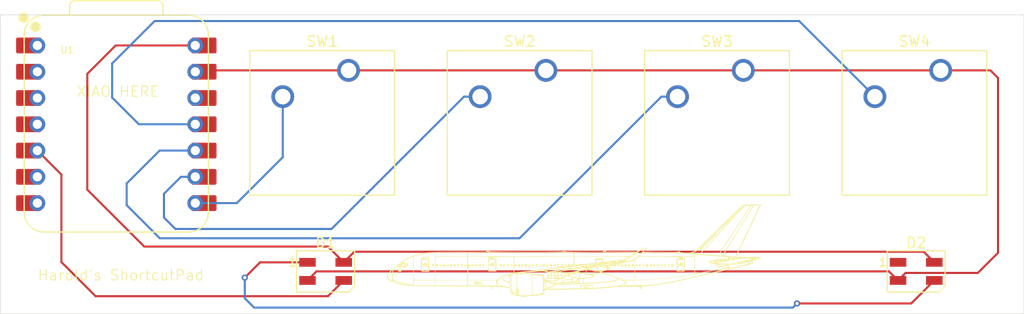
<source format=kicad_pcb>
(kicad_pcb (version 20240108) (generator "pcbnew") (generator_version "8.0")
  (layers (0 "F.Cu" signal) (31 "B.Cu" signal) (34 "B.Paste" user) (35 "F.Paste" user) (36 "B.SilkS" user "B.Silkscreen") (37 "F.SilkS" user "F.Silkscreen") (38 "B.Mask" user) (39 "F.Mask" user) (44 "Edge.Cuts" user))
  (net 0 "")
  (net 1 "Net-(D1-DIN)")
  (net 2 "+5V")
  (net 3 "Net-(D1-DOUT)")
  (net 4 "GND")
  (net 6 "Net-(U1-GPIO1{slash}RX)")
  (net 7 "Net-(U1-GPIO2{slash}SCK)")
  (net 8 "Net-(U1-GPIO4{slash}MISO)")
  (net 9 "Net-(U1-GPIO3{slash}MOSI)")
  (footprint "OPL:XIAO-RP2040-DIP" (layer "F.Cu") (at 84.9 57.28)
    (property "Reference" "U1" (at -4.75 -7.18 0) (layer "F.SilkS") (effects (font (size 0.635 0.635) (thickness 0.1016))))
    (property "Value" "XIAO-RP2040-DIP")
    (pad "1" smd roundrect (at -8.455 -7.62 180) (size 2.432 1.524) (layers "F.Cu" "F.Mask") (roundrect_rratio 0.1))
    (pad "1" thru_hole circle (at -7.62 -7.62 180) (size 1.524 1.524) (drill 0.889) (layers "*.Cu" "*.Mask"))
    (pad "2" smd roundrect (at -8.455 -5.08 180) (size 2.432 1.524) (layers "F.Cu" "F.Mask") (roundrect_rratio 0.1))
    (pad "2" thru_hole circle (at -7.62 -5.08 180) (size 1.524 1.524) (drill 0.889) (layers "*.Cu" "*.Mask"))
    (pad "3" smd roundrect (at -8.455 -2.54 180) (size 2.432 1.524) (layers "F.Cu" "F.Mask") (roundrect_rratio 0.1))
    (pad "3" thru_hole circle (at -7.62 -2.54 180) (size 1.524 1.524) (drill 0.889) (layers "*.Cu" "*.Mask"))
    (pad "4" smd roundrect (at -8.455 0 180) (size 2.432 1.524) (layers "F.Cu" "F.Mask") (roundrect_rratio 0.1))
    (pad "4" thru_hole circle (at -7.62 0 180) (size 1.524 1.524) (drill 0.889) (layers "*.Cu" "*.Mask"))
    (pad "5" smd roundrect (at -8.455 2.54 180) (size 2.432 1.524) (layers "F.Cu" "F.Mask") (roundrect_rratio 0.1) (net 1 "Net-(D1-DIN)"))
    (pad "5" thru_hole circle (at -7.62 2.54 180) (size 1.524 1.524) (drill 0.889) (layers "*.Cu" "*.Mask") (net 1 "Net-(D1-DIN)"))
    (pad "6" smd roundrect (at -8.455 5.08 180) (size 2.432 1.524) (layers "F.Cu" "F.Mask") (roundrect_rratio 0.1))
    (pad "6" thru_hole circle (at -7.62 5.08 180) (size 1.524 1.524) (drill 0.889) (layers "*.Cu" "*.Mask"))
    (pad "7" smd roundrect (at -8.455 7.62 180) (size 2.432 1.524) (layers "F.Cu" "F.Mask") (roundrect_rratio 0.1))
    (pad "7" thru_hole circle (at -7.62 7.62 180) (size 1.524 1.524) (drill 0.889) (layers "*.Cu" "*.Mask"))
    (pad "8" thru_hole circle (at 7.62 7.62) (size 1.524 1.524) (drill 0.889) (layers "*.Cu" "*.Mask") (net 6 "Net-(U1-GPIO1{slash}RX)"))
    (pad "8" smd roundrect (at 8.455 7.62) (size 2.432 1.524) (layers "F.Cu" "F.Mask") (roundrect_rratio 0.1) (net 6 "Net-(U1-GPIO1{slash}RX)"))
    (pad "9" thru_hole circle (at 7.62 5.08) (size 1.524 1.524) (drill 0.889) (layers "*.Cu" "*.Mask") (net 7 "Net-(U1-GPIO2{slash}SCK)"))
    (pad "9" smd roundrect (at 8.455 5.08) (size 2.432 1.524) (layers "F.Cu" "F.Mask") (roundrect_rratio 0.1) (net 7 "Net-(U1-GPIO2{slash}SCK)"))
    (pad "10" thru_hole circle (at 7.62 2.54) (size 1.524 1.524) (drill 0.889) (layers "*.Cu" "*.Mask") (net 8 "Net-(U1-GPIO4{slash}MISO)"))
    (pad "10" smd roundrect (at 8.455 2.54) (size 2.432 1.524) (layers "F.Cu" "F.Mask") (roundrect_rratio 0.1) (net 8 "Net-(U1-GPIO4{slash}MISO)"))
    (pad "11" thru_hole circle (at 7.62 0) (size 1.524 1.524) (drill 0.889) (layers "*.Cu" "*.Mask") (net 9 "Net-(U1-GPIO3{slash}MOSI)"))
    (pad "11" smd roundrect (at 8.455 0) (size 2.432 1.524) (layers "F.Cu" "F.Mask") (roundrect_rratio 0.1) (net 9 "Net-(U1-GPIO3{slash}MOSI)"))
    (pad "12" thru_hole circle (at 7.62 -2.54) (size 1.524 1.524) (drill 0.889) (layers "*.Cu" "*.Mask"))
    (pad "12" smd roundrect (at 8.455 -2.54) (size 2.432 1.524) (layers "F.Cu" "F.Mask") (roundrect_rratio 0.1))
    (pad "13" thru_hole circle (at 7.62 -5.08) (size 1.524 1.524) (drill 0.889) (layers "*.Cu" "*.Mask") (net 4 "GND"))
    (pad "13" smd roundrect (at 8.455 -5.08) (size 2.432 1.524) (layers "F.Cu" "F.Mask") (roundrect_rratio 0.1) (net 4 "GND"))
    (pad "14" thru_hole circle (at 7.62 -7.62) (size 1.524 1.524) (drill 0.889) (layers "*.Cu" "*.Mask") (net 2 "+5V"))
    (pad "14" smd roundrect (at 8.455 -7.62) (size 2.432 1.524) (layers "F.Cu" "F.Mask") (roundrect_rratio 0.1) (net 2 "+5V"))
  )
  (footprint "Button_Switch_Keyboard:SW_Cherry_MX_1.00u_PCB" (layer "F.Cu") (at 164.465 52.07)
    (property "Reference" "SW4" (at -2.54 -2.794 0) (layer "F.SilkS"))
    (property "Value" "SW_Push")
    (pad "" np_thru_hole circle (at -7.62 5.08) (size 1.7 1.7) (drill 1.7) (layers "*.Cu" "*.Mask"))
    (pad "" np_thru_hole circle (at -2.54 5.08) (size 4 4) (drill 4) (layers "*.Cu" "*.Mask"))
    (pad "" np_thru_hole circle (at 2.54 5.08) (size 1.7 1.7) (drill 1.7) (layers "*.Cu" "*.Mask"))
    (pad "1" thru_hole circle (at 0 0) (size 2.2 2.2) (drill 1.5) (layers "*.Cu" "*.Mask") (net 4 "GND"))
    (pad "2" thru_hole circle (at -6.35 2.54) (size 2.2 2.2) (drill 1.5) (layers "*.Cu" "*.Mask") (net 9 "Net-(U1-GPIO3{slash}MOSI)"))
  )
  (footprint "Button_Switch_Keyboard:SW_Cherry_MX_1.00u_PCB" (layer "F.Cu") (at 107.315 52.07)
    (property "Reference" "SW1" (at -2.54 -2.794 0) (layer "F.SilkS"))
    (property "Value" "SW_Push")
    (pad "" np_thru_hole circle (at -7.62 5.08) (size 1.7 1.7) (drill 1.7) (layers "*.Cu" "*.Mask"))
    (pad "" np_thru_hole circle (at -2.54 5.08) (size 4 4) (drill 4) (layers "*.Cu" "*.Mask"))
    (pad "" np_thru_hole circle (at 2.54 5.08) (size 1.7 1.7) (drill 1.7) (layers "*.Cu" "*.Mask"))
    (pad "1" thru_hole circle (at 0 0) (size 2.2 2.2) (drill 1.5) (layers "*.Cu" "*.Mask") (net 4 "GND"))
    (pad "2" thru_hole circle (at -6.35 2.54) (size 2.2 2.2) (drill 1.5) (layers "*.Cu" "*.Mask") (net 6 "Net-(U1-GPIO1{slash}RX)"))
  )
  (footprint "Button_Switch_Keyboard:SW_Cherry_MX_1.00u_PCB" (layer "F.Cu") (at 126.365 52.07)
    (property "Reference" "SW2" (at -2.54 -2.794 0) (layer "F.SilkS"))
    (property "Value" "SW_Push")
    (pad "" np_thru_hole circle (at -7.62 5.08) (size 1.7 1.7) (drill 1.7) (layers "*.Cu" "*.Mask"))
    (pad "" np_thru_hole circle (at -2.54 5.08) (size 4 4) (drill 4) (layers "*.Cu" "*.Mask"))
    (pad "" np_thru_hole circle (at 2.54 5.08) (size 1.7 1.7) (drill 1.7) (layers "*.Cu" "*.Mask"))
    (pad "1" thru_hole circle (at 0 0) (size 2.2 2.2) (drill 1.5) (layers "*.Cu" "*.Mask") (net 4 "GND"))
    (pad "2" thru_hole circle (at -6.35 2.54) (size 2.2 2.2) (drill 1.5) (layers "*.Cu" "*.Mask") (net 7 "Net-(U1-GPIO2{slash}SCK)"))
  )
  (footprint "LOGO" (layer "F.Cu") (at 129.15 69.1)
    (property "Reference" "G***" (hide yes))
    (property "Value" "LOGO" (hide yes))
  )
  (footprint "LED_SMD:LED_SK6812MINI_PLCC4_3.5x3.5mm_P1.75mm" (layer "F.Cu") (at 105.1 71.5)
    (property "Reference" "D1" (at 0 -2.75 0) (layer "F.SilkS"))
    (property "Value" "SK6812MINI")
    (fp_text user "1" (at -3.2 -0.875 0) (layer "F.SilkS") (effects (font (size 0.8 0.8))))
    (pad "1" smd rect (at -1.75 -0.875) (size 1.6 0.85) (layers "F.Cu" "F.Paste" "F.Mask") (net 3 "Net-(D1-DOUT)"))
    (pad "2" smd rect (at -1.75 0.875) (size 1.6 0.85) (layers "F.Cu" "F.Paste" "F.Mask") (net 4 "GND"))
    (pad "3" smd rect (at 1.75 0.875) (size 1.6 0.85) (layers "F.Cu" "F.Paste" "F.Mask") (net 1 "Net-(D1-DIN)"))
    (pad "4" smd rect (at 1.75 -0.875) (size 1.6 0.85) (layers "F.Cu" "F.Paste" "F.Mask") (net 2 "+5V"))
  )
  (footprint "Button_Switch_Keyboard:SW_Cherry_MX_1.00u_PCB" (layer "F.Cu") (at 145.415 52.07)
    (property "Reference" "SW3" (at -2.54 -2.794 0) (layer "F.SilkS"))
    (property "Value" "SW_Push")
    (pad "" np_thru_hole circle (at -7.62 5.08) (size 1.7 1.7) (drill 1.7) (layers "*.Cu" "*.Mask"))
    (pad "" np_thru_hole circle (at -2.54 5.08) (size 4 4) (drill 4) (layers "*.Cu" "*.Mask"))
    (pad "" np_thru_hole circle (at 2.54 5.08) (size 1.7 1.7) (drill 1.7) (layers "*.Cu" "*.Mask"))
    (pad "1" thru_hole circle (at 0 0) (size 2.2 2.2) (drill 1.5) (layers "*.Cu" "*.Mask") (net 4 "GND"))
    (pad "2" thru_hole circle (at -6.35 2.54) (size 2.2 2.2) (drill 1.5) (layers "*.Cu" "*.Mask") (net 8 "Net-(U1-GPIO4{slash}MISO)"))
  )
  (footprint "LED_SMD:LED_SK6812MINI_PLCC4_3.5x3.5mm_P1.75mm" (layer "F.Cu") (at 162.1 71.5)
    (property "Reference" "D2" (at 0 -2.75 0) (layer "F.SilkS"))
    (property "Value" "SK6812MINI")
    (fp_text user "1" (at -3.2 -0.875 0) (layer "F.SilkS") (effects (font (size 0.8 0.8))))
    (pad "1" smd rect (at -1.75 -0.875) (size 1.6 0.85) (layers "F.Cu" "F.Paste" "F.Mask"))
    (pad "2" smd rect (at -1.75 0.875) (size 1.6 0.85) (layers "F.Cu" "F.Paste" "F.Mask") (net 4 "GND"))
    (pad "3" smd rect (at 1.75 0.875) (size 1.6 0.85) (layers "F.Cu" "F.Paste" "F.Mask") (net 3 "Net-(D1-DOUT)"))
    (pad "4" smd rect (at 1.75 -0.875) (size 1.6 0.85) (layers "F.Cu" "F.Paste" "F.Mask") (net 2 "+5V"))
  )
  (gr_rect (start 73.7 46.7) (end 172.5 75.6) (stroke (width 0.05)) (fill none) (layer "Edge.Cuts"))
  (gr_text "Harold's ShortcutPad" (at 77.25 72.45 0) (layer "F.SilkS") (effects (font (size 1 1) (thickness 0.1)) (justify left bottom)))
  (gr_text "XIAO HERE" (at 81 54.7 0) (layer "F.SilkS") (effects (font (size 1 1) (thickness 0.1)) (justify left bottom)))
  (segment (start 82.9 73.9) (end 79.6 70.6) (width 0.2) (layer "F.Cu") (net 1))
  (segment (start 106.85 72.375) (end 105.325 73.9) (width 0.2) (layer "F.Cu") (net 1))
  (segment (start 79.6 70.6) (end 79.6 62.14) (width 0.2) (layer "F.Cu") (net 1))
  (segment (start 105.325 73.9) (end 82.9 73.9) (width 0.2) (layer "F.Cu") (net 1))
  (segment (start 79.6 62.14) (end 77.28 59.82) (width 0.2) (layer "F.Cu") (net 1))
  (segment (start 162.825 69.6) (end 107.875 69.6) (width 0.2) (layer "F.Cu") (net 2))
  (segment (start 87.6 69.1) (end 82.1 63.6) (width 0.2) (layer "F.Cu") (net 2))
  (segment (start 107.875 69.6) (end 106.85 70.625) (width 0.2) (layer "F.Cu") (net 2))
  (segment (start 106.85 70.625) (end 105.325 69.1) (width 0.2) (layer "F.Cu") (net 2))
  (segment (start 163.85 70.625) (end 162.825 69.6) (width 0.2) (layer "F.Cu") (net 2))
  (segment (start 105.325 69.1) (end 87.6 69.1) (width 0.2) (layer "F.Cu") (net 2))
  (segment (start 82.1 52.4) (end 84.84 49.66) (width 0.2) (layer "F.Cu") (net 2))
  (segment (start 82.1 63.6) (end 82.1 52.4) (width 0.2) (layer "F.Cu") (net 2))
  (segment (start 84.84 49.66) (end 92.52 49.66) (width 0.2) (layer "F.Cu") (net 2))
  (segment (start 163.85 72.375) (end 161.625 74.6) (width 0.2) (layer "F.Cu") (net 3))
  (segment (start 98.775 70.625) (end 103.35 70.625) (width 0.2) (layer "F.Cu") (net 3))
  (segment (start 161.625 74.6) (end 150.6 74.6) (width 0.2) (layer "F.Cu") (net 3))
  (segment (start 97.3 72.1) (end 98.775 70.625) (width 0.2) (layer "F.Cu") (net 3))
  (via (at 97.3 72.1) (size 0.6) (drill 0.3) (layers "F.Cu" "B.Cu") (net 3))
  (via (at 150.6 74.6) (size 0.6) (drill 0.3) (layers "F.Cu" "B.Cu") (net 3))
  (segment (start 98.2 75) (end 97.3 74.1) (width 0.2) (layer "B.Cu") (net 3))
  (segment (start 150.2 75) (end 98.2 75) (width 0.2) (layer "B.Cu") (net 3))
  (segment (start 97.3 74.1) (end 97.3 72.1) (width 0.2) (layer "B.Cu") (net 3))
  (segment (start 150.6 74.6) (end 150.2 75) (width 0.2) (layer "B.Cu") (net 3))
  (segment (start 170 52.8) (end 170 69.7) (width 0.2) (layer "F.Cu") (net 4))
  (segment (start 159.475 71.5) (end 104.225 71.5) (width 0.2) (layer "F.Cu") (net 4))
  (segment (start 168.05 71.65) (end 161.075 71.65) (width 0.2) (layer "F.Cu") (net 4))
  (segment (start 161.075 71.65) (end 160.35 72.375) (width 0.2) (layer "F.Cu") (net 4))
  (segment (start 145.415 52.07) (end 126.365 52.07) (width 0.2) (layer "F.Cu") (net 4))
  (segment (start 107.315 52.07) (end 92.65 52.07) (width 0.2) (layer "F.Cu") (net 4))
  (segment (start 170 69.7) (end 168.6 71.1) (width 0.2) (layer "F.Cu") (net 4))
  (segment (start 164.465 52.07) (end 169.27 52.07) (width 0.2) (layer "F.Cu") (net 4))
  (segment (start 169.27 52.07) (end 170 52.8) (width 0.2) (layer "F.Cu") (net 4))
  (segment (start 168.6 71.1) (end 168.05 71.65) (width 0.2) (layer "F.Cu") (net 4))
  (segment (start 126.365 52.07) (end 107.315 52.07) (width 0.2) (layer "F.Cu") (net 4))
  (segment (start 92.65 52.07) (end 92.52 52.2) (width 0.2) (layer "F.Cu") (net 4))
  (segment (start 104.225 71.5) (end 103.35 72.375) (width 0.2) (layer "F.Cu") (net 4))
  (segment (start 160.35 72.375) (end 159.475 71.5) (width 0.2) (layer "F.Cu") (net 4))
  (segment (start 164.465 52.07) (end 145.415 52.07) (width 0.2) (layer "F.Cu") (net 4))
  (segment (start 96.53 64.9) (end 92.52 64.9) (width 0.2) (layer "B.Cu") (net 6))
  (segment (start 100.965 54.61) (end 100.965 60.465) (width 0.2) (layer "B.Cu") (net 6))
  (segment (start 100.965 60.465) (end 96.53 64.9) (width 0.2) (layer "B.Cu") (net 6))
  (segment (start 89.5 66.3) (end 89.5 64) (width 0.2) (layer "B.Cu") (net 7))
  (segment (start 105.669366 67.4) (end 90.6 67.4) (width 0.2) (layer "B.Cu") (net 7))
  (segment (start 89.5 64) (end 91.14 62.36) (width 0.2) (layer "B.Cu") (net 7))
  (segment (start 118.459366 54.61) (end 105.669366 67.4) (width 0.2) (layer "B.Cu") (net 7))
  (segment (start 91.14 62.36) (end 92.52 62.36) (width 0.2) (layer "B.Cu") (net 7))
  (segment (start 120.015 54.61) (end 118.459366 54.61) (width 0.2) (layer "B.Cu") (net 7))
  (segment (start 90.6 67.4) (end 89.5 66.3) (width 0.2) (layer "B.Cu") (net 7))
  (segment (start 89.08 59.82) (end 92.52 59.82) (width 0.2) (layer "B.Cu") (net 8))
  (segment (start 85.9 63) (end 89.08 59.82) (width 0.2) (layer "B.Cu") (net 8))
  (segment (start 123.819366 68.3) (end 89.1 68.3) (width 0.2) (layer "B.Cu") (net 8))
  (segment (start 137.509366 54.61) (end 123.819366 68.3) (width 0.2) (layer "B.Cu") (net 8))
  (segment (start 139.065 54.61) (end 137.509366 54.61) (width 0.2) (layer "B.Cu") (net 8))
  (segment (start 85.9 65.1) (end 85.9 63) (width 0.2) (layer "B.Cu") (net 8))
  (segment (start 89.1 68.3) (end 85.9 65.1) (width 0.2) (layer "B.Cu") (net 8))
  (segment (start 84.5 54.7) (end 84.5 51.4) (width 0.2) (layer "B.Cu") (net 9))
  (segment (start 87.08 57.28) (end 84.5 54.7) (width 0.2) (layer "B.Cu") (net 9))
  (segment (start 88.6 47.3) (end 150.805 47.3) (width 0.2) (layer "B.Cu") (net 9))
  (segment (start 84.5 51.4) (end 88.6 47.3) (width 0.2) (layer "B.Cu") (net 9))
  (segment (start 92.52 57.28) (end 87.08 57.28) (width 0.2) (layer "B.Cu") (net 9))
  (segment (start 150.805 47.3) (end 158.115 54.61) (width 0.2) (layer "B.Cu") (net 9))
)
</source>
